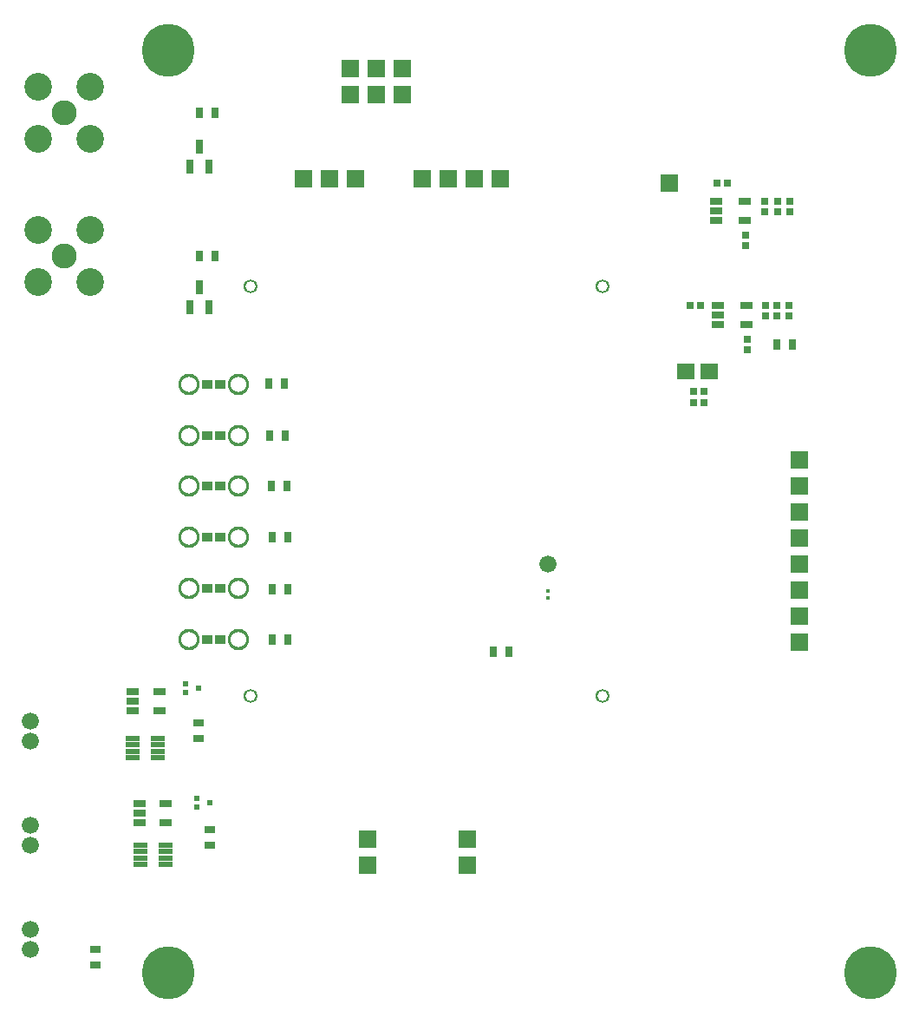
<source format=gbr>
G04 EasyPC Gerber Version 21.0.3 Build 4286 *
G04 #@! TF.Part,Single*
G04 #@! TF.FileFunction,Soldermask,Top *
G04 #@! TF.FilePolarity,Negative *
%FSLAX35Y35*%
%MOIN*%
G04 #@! TA.AperFunction,SMDPad*
%ADD139R,0.01800X0.01800*%
%ADD115R,0.02600X0.03000*%
%ADD101R,0.02900X0.05600*%
%ADD102R,0.03000X0.04100*%
G04 #@! TA.AperFunction,ComponentPad*
%ADD147R,0.06600X0.06600*%
G04 #@! TA.AperFunction,WasherPad*
%ADD136C,0.06600*%
G04 #@! TA.AperFunction,ComponentPad*
%ADD140C,0.09655*%
%ADD141C,0.10639*%
G04 #@! TA.AperFunction,SMDPad*
%ADD146R,0.02431X0.02175*%
%ADD144R,0.05400X0.02200*%
%ADD100R,0.03000X0.02600*%
%ADD145R,0.04734X0.02765*%
%ADD137R,0.04931X0.02962*%
%ADD103R,0.04100X0.03000*%
%ADD142R,0.04100X0.03400*%
%ADD110R,0.06600X0.06100*%
G04 #@! TA.AperFunction,WasherPad*
%ADD135C,0.20300*%
G04 #@! TA.AperFunction,ComponentPad*
%ADD138C,0.05324X0.03937*%
%ADD143C,0.08200X0.06000*%
X0Y0D02*
D02*
D100*
X282152Y294250D03*
Y298250D03*
X282750Y254250D03*
Y258250D03*
X289652Y307250D03*
Y311250D03*
X289750Y267250D03*
Y271250D03*
X294250Y267250D03*
Y271250D03*
X294652Y307250D03*
Y311250D03*
X298750Y267250D03*
Y271250D03*
X299152Y307250D03*
Y311250D03*
D02*
D101*
X68500Y270400D03*
Y324400D03*
X72250Y278100D03*
Y332100D03*
X76000Y270400D03*
Y324400D03*
D02*
D102*
X72250Y290250D03*
Y345250D03*
X78250Y290250D03*
Y345250D03*
X98750Y241250D03*
X99250Y221250D03*
X99750Y201750D03*
X100250Y142750D03*
Y162250D03*
Y182250D03*
X104750Y241250D03*
X105250Y221250D03*
X105750Y201750D03*
X106250Y142750D03*
Y162250D03*
Y182250D03*
X185250Y138250D03*
X191250D03*
X294250Y256250D03*
X300250D03*
D02*
D103*
X32250Y17750D03*
Y23750D03*
X71750Y104750D03*
Y110750D03*
X76250Y63750D03*
Y69750D03*
D02*
D110*
X259250Y245750D03*
X268250D03*
D02*
D115*
X260750Y271250D03*
X262250Y233750D03*
Y238250D03*
X264750Y271250D03*
X266250Y233750D03*
Y238250D03*
X271250Y318250D03*
X275250D03*
D02*
D135*
X60250Y14750D03*
Y369250D03*
X330250Y14750D03*
Y369250D03*
D02*
D136*
X7250Y23813D03*
Y31687D03*
Y63813D03*
Y71687D03*
Y103813D03*
Y111687D03*
X206250Y171750D03*
D02*
D137*
X270935Y303813D03*
Y307553D03*
Y311293D03*
X271435Y263813D03*
Y267553D03*
Y271293D03*
X281959Y303813D03*
Y311293D03*
X282459Y263813D03*
Y271293D03*
D02*
D138*
X91939Y121140D03*
Y278620D03*
X227136Y121140D03*
Y278620D03*
D02*
D139*
X206250Y159050D03*
Y161450D03*
D02*
D140*
X20250Y290250D03*
Y345250D03*
D02*
D141*
X10250Y280250D03*
Y300250D03*
Y335250D03*
Y355250D03*
X30250Y280250D03*
Y300250D03*
Y335250D03*
Y355250D03*
D02*
D142*
X75067Y142950D03*
Y162550D03*
Y182150D03*
Y201750D03*
Y221350D03*
Y240950D03*
X80167Y142950D03*
Y162550D03*
Y182150D03*
Y201750D03*
Y221350D03*
Y240950D03*
D02*
D143*
X68117Y142950D03*
Y162550D03*
Y182150D03*
Y201750D03*
Y221350D03*
Y240950D03*
X87117Y142950D03*
Y162550D03*
Y182150D03*
Y201750D03*
Y221350D03*
Y240950D03*
D02*
D144*
X46450Y97450D03*
Y99950D03*
Y102550D03*
Y105050D03*
X49450Y56450D03*
Y58950D03*
Y61550D03*
Y64050D03*
X56050Y97450D03*
Y99950D03*
Y102550D03*
Y105050D03*
X59050Y56450D03*
Y58950D03*
Y61550D03*
Y64050D03*
D02*
D145*
X46632Y115510D03*
Y119250D03*
Y122990D03*
X49132Y72510D03*
Y76250D03*
Y79990D03*
X56868Y115510D03*
Y122990D03*
X59368Y72510D03*
Y79990D03*
D02*
D146*
X66762Y122675D03*
Y125825D03*
X71262Y78675D03*
Y81825D03*
X71738Y124250D03*
X76238Y80250D03*
D02*
D147*
X112250Y319750D03*
X122250D03*
X130250Y352250D03*
Y362250D03*
X132250Y319750D03*
X136750Y56250D03*
Y66250D03*
X140250Y352250D03*
Y362250D03*
X150250Y352250D03*
Y362250D03*
X157750Y319750D03*
X167750D03*
X175250Y56250D03*
Y66250D03*
X177750Y319750D03*
X187750D03*
X252750Y318250D03*
X302750Y141750D03*
Y151750D03*
Y161750D03*
Y171750D03*
Y181750D03*
Y191750D03*
Y201750D03*
Y211750D03*
X0Y0D02*
M02*

</source>
